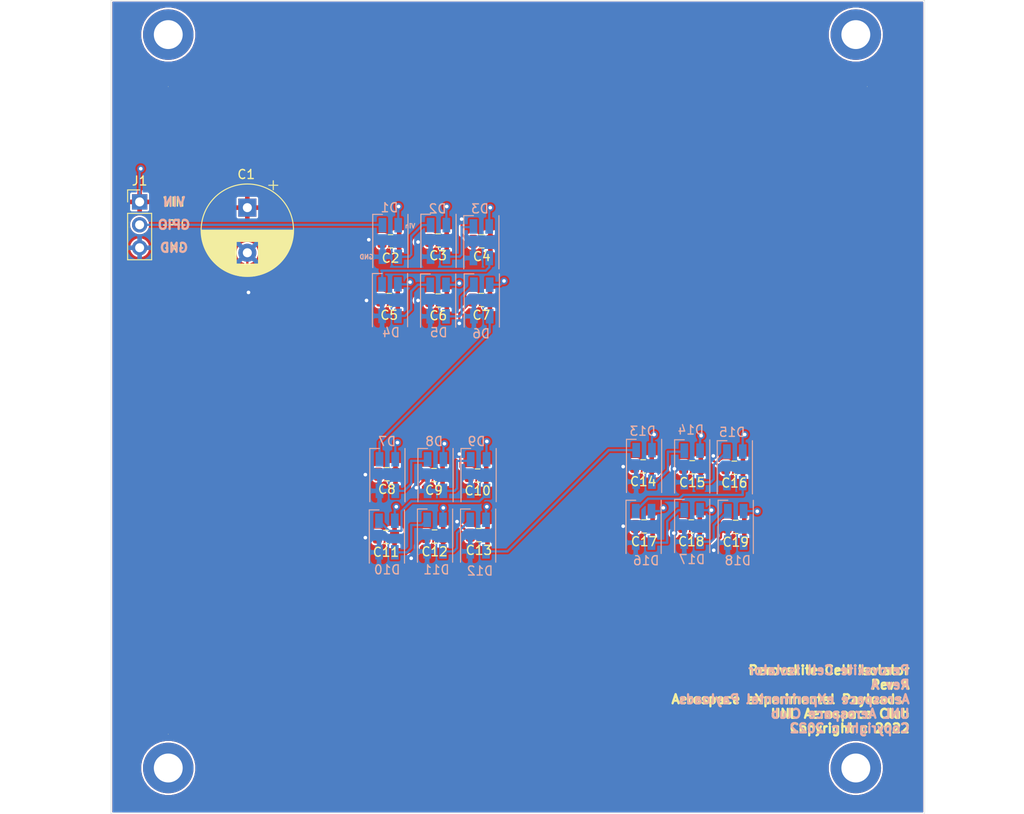
<source format=kicad_pcb>
(kicad_pcb (version 20211014) (generator pcbnew)
  (layers (0 "F.Cu" signal) (31 "B.Cu" signal) (34 "B.Paste" user) (35 "F.Paste" user) (36 "B.SilkS" user "B.Silkscreen") (37 "F.SilkS" user "F.Silkscreen") (38 "B.Mask" user) (39 "F.Mask" user) (44 "Edge.Cuts" user))
  (net 0 "")
  (net 1 "Net-(D1-Pad1)")
  (net 2 "GPIO")
  (net 3 "Net-(D2-Pad1)")
  (net 4 "Net-(D3-Pad1)")
  (net 5 "Net-(D4-Pad1)")
  (net 6 "Net-(D5-Pad1)")
  (net 7 "Net-(D7-Pad1)")
  (net 8 "Net-(D8-Pad1)")
  (net 9 "Net-(D10-Pad3)")
  (net 10 "Net-(D10-Pad1)")
  (net 11 "Net-(D11-Pad1)")
  (net 12 "Net-(D13-Pad1)")
  (net 13 "Net-(D14-Pad1)")
  (net 14 "Net-(D15-Pad1)")
  (net 15 "Net-(D16-Pad1)")
  (net 16 "Net-(D17-Pad1)")
  (net 17 "Net-(D18-Pad1)")
  (net 18 "GND")
  (net 19 "VCC")
  (net 20 "DOUT1")
  (net 21 "DOUT2")
  (footprint "Capacitor_THT:CP_Radial_D10.0mm_P5.00mm" (layer "F.Cu") (at 87.503 62.357 -90)
    (fp_text reference "C1" (at -3.683 0.127) (layer "F.SilkS"))
    (fp_text value "C")
    (pad "1" thru_hole rect locked (at 0 0 270) (size 2 2) (drill 1) (layers *.Cu *.Mask) (net 19 "VCC"))
    (pad "2" thru_hole circle locked (at 5 0 270) (size 2 2) (drill 1) (layers *.Cu *.Mask) (net 18 "GND"))
  )
  (footprint "Connector_PinHeader_2.54mm:PinHeader_1x03_P2.54mm_Vertical" (layer "F.Cu") (at 75.565 61.722)
    (fp_text reference "J1" (at 0 -2.33) (layer "F.SilkS"))
    (fp_text value "Conn_01x03_Female")
    (pad "1" thru_hole rect locked (at 0 0) (size 1.7 1.7) (drill 1) (layers *.Cu *.Mask) (net 19 "VCC"))
    (pad "2" thru_hole oval locked (at 0 2.54) (size 1.7 1.7) (drill 1) (layers *.Cu *.Mask) (net 2 "GPIO"))
    (pad "3" thru_hole oval locked (at 0 5.08) (size 1.7 1.7) (drill 1) (layers *.Cu *.Mask) (net 18 "GND"))
  )
  (footprint "Capacitor_SMD:C_0805_2012Metric" (layer "F.Cu") (at 103.378 66.0908 180)
    (fp_text reference "C2" (at 0 -1.8542) (layer "F.SilkS"))
    (fp_text value "C")
    (pad "1" smd roundrect locked (at -0.95 0 180) (size 1 1.45) (layers "F.Cu" "F.Paste" "F.Mask") (net 19 "VCC"))
    (pad "2" smd roundrect locked (at 0.95 0 180) (size 1 1.45) (layers "F.Cu" "F.Paste" "F.Mask") (net 18 "GND"))
  )
  (footprint "Capacitor_SMD:C_0805_2012Metric" (layer "F.Cu") (at 108.646 65.9892 180)
    (fp_text reference "C3" (at 0 -1.68) (layer "F.SilkS"))
    (fp_text value "C")
    (pad "1" smd roundrect locked (at -0.95 0 180) (size 1 1.45) (layers "F.Cu" "F.Paste" "F.Mask") (net 19 "VCC"))
    (pad "2" smd roundrect locked (at 0.95 0 180) (size 1 1.45) (layers "F.Cu" "F.Paste" "F.Mask") (net 18 "GND"))
  )
  (footprint "Capacitor_SMD:C_0805_2012Metric" (layer "F.Cu") (at 113.4872 66.0908 180)
    (fp_text reference "C4" (at 0 -1.68) (layer "F.SilkS"))
    (fp_text value "C")
    (pad "1" smd roundrect locked (at -0.95 0 180) (size 1 1.45) (layers "F.Cu" "F.Paste" "F.Mask") (net 19 "VCC"))
    (pad "2" smd roundrect locked (at 0.95 0 180) (size 1 1.45) (layers "F.Cu" "F.Paste" "F.Mask") (net 18 "GND"))
  )
  (footprint "Capacitor_SMD:C_0805_2012Metric" (layer "F.Cu") (at 103.2256 72.5932 180)
    (fp_text reference "C5" (at 0 -1.68) (layer "F.SilkS"))
    (fp_text value "C")
    (pad "1" smd roundrect locked (at -0.95 0 180) (size 1 1.45) (layers "F.Cu" "F.Paste" "F.Mask") (net 19 "VCC"))
    (pad "2" smd roundrect locked (at 0.95 0 180) (size 1 1.45) (layers "F.Cu" "F.Paste" "F.Mask") (net 18 "GND"))
  )
  (footprint "Capacitor_SMD:C_0805_2012Metric" (layer "F.Cu") (at 108.6612 72.644 180)
    (fp_text reference "C6" (at 0 -1.68) (layer "F.SilkS"))
    (fp_text value "C")
    (pad "1" smd roundrect locked (at -0.95 0 180) (size 1 1.45) (layers "F.Cu" "F.Paste" "F.Mask") (net 19 "VCC"))
    (pad "2" smd roundrect locked (at 0.95 0 180) (size 1 1.45) (layers "F.Cu" "F.Paste" "F.Mask") (net 18 "GND"))
  )
  (footprint "Capacitor_SMD:C_0805_2012Metric" (layer "F.Cu") (at 113.4364 72.5932 180)
    (fp_text reference "C7" (at 0 -1.68) (layer "F.SilkS"))
    (fp_text value "C")
    (pad "1" smd roundrect locked (at -0.95 0 180) (size 1 1.45) (layers "F.Cu" "F.Paste" "F.Mask") (net 19 "VCC"))
    (pad "2" smd roundrect locked (at 0.95 0 180) (size 1 1.45) (layers "F.Cu" "F.Paste" "F.Mask") (net 18 "GND"))
  )
  (footprint "Capacitor_SMD:C_0805_2012Metric" (layer "F.Cu") (at 102.9716 91.8972 180)
    (fp_text reference "C8" (at 0 -1.68) (layer "F.SilkS"))
    (fp_text value "C")
    (pad "1" smd roundrect locked (at -0.95 0 180) (size 1 1.45) (layers "F.Cu" "F.Paste" "F.Mask") (net 19 "VCC"))
    (pad "2" smd roundrect locked (at 0.95 0 180) (size 1 1.45) (layers "F.Cu" "F.Paste" "F.Mask") (net 18 "GND"))
  )
  (footprint "Capacitor_SMD:C_0805_2012Metric" (layer "F.Cu") (at 108.1888 91.9988 180)
    (fp_text reference "C9" (at 0 -1.68) (layer "F.SilkS"))
    (fp_text value "C")
    (pad "1" smd roundrect locked (at -0.95 0 180) (size 1 1.45) (layers "F.Cu" "F.Paste" "F.Mask") (net 19 "VCC"))
    (pad "2" smd roundrect locked (at 0.95 0 180) (size 1 1.45) (layers "F.Cu" "F.Paste" "F.Mask") (net 18 "GND"))
  )
  (footprint "Capacitor_SMD:C_0805_2012Metric" (layer "F.Cu") (at 113.03 92.0496 180)
    (fp_text reference "C10" (at 0 -1.68) (layer "F.SilkS"))
    (fp_text value "C")
    (pad "1" smd roundrect locked (at -0.95 0 180) (size 1 1.45) (layers "F.Cu" "F.Paste" "F.Mask") (net 19 "VCC"))
    (pad "2" smd roundrect locked (at 0.95 0 180) (size 1 1.45) (layers "F.Cu" "F.Paste" "F.Mask") (net 18 "GND"))
  )
  (footprint "Capacitor_SMD:C_0805_2012Metric" (layer "F.Cu") (at 102.87 98.8568 180)
    (fp_text reference "C11" (at 0 -1.68) (layer "F.SilkS"))
    (fp_text value "C")
    (pad "1" smd roundrect locked (at -0.95 0 180) (size 1 1.45) (layers "F.Cu" "F.Paste" "F.Mask") (net 19 "VCC"))
    (pad "2" smd roundrect locked (at 0.95 0 180) (size 1 1.45) (layers "F.Cu" "F.Paste" "F.Mask") (net 18 "GND"))
  )
  (footprint "Capacitor_SMD:C_0805_2012Metric" (layer "F.Cu") (at 108.2548 98.806 180)
    (fp_text reference "C12" (at 0 -1.68) (layer "F.SilkS"))
    (fp_text value "C")
    (pad "1" smd roundrect locked (at -0.95 0 180) (size 1 1.45) (layers "F.Cu" "F.Paste" "F.Mask") (net 19 "VCC"))
    (pad "2" smd roundrect locked (at 0.95 0 180) (size 1 1.45) (layers "F.Cu" "F.Paste" "F.Mask") (net 18 "GND"))
  )
  (footprint "Capacitor_SMD:C_0805_2012Metric" (layer "F.Cu") (at 113.1672 98.6536 180)
    (fp_text reference "C13" (at -0.0036 -1.68) (layer "F.SilkS"))
    (fp_text value "C")
    (pad "1" smd roundrect locked (at -0.95 0 180) (size 1 1.45) (layers "F.Cu" "F.Paste" "F.Mask") (net 19 "VCC"))
    (pad "2" smd roundrect locked (at 0.95 0 180) (size 1 1.45) (layers "F.Cu" "F.Paste" "F.Mask") (net 18 "GND"))
  )
  (footprint "Capacitor_SMD:C_0805_2012Metric" (layer "F.Cu") (at 131.3688 91.0336 180)
    (fp_text reference "C14" (at 0 -1.68) (layer "F.SilkS"))
    (fp_text value "C")
    (pad "1" smd roundrect locked (at -0.95 0 180) (size 1 1.45) (layers "F.Cu" "F.Paste" "F.Mask") (net 19 "VCC"))
    (pad "2" smd roundrect locked (at 0.95 0 180) (size 1 1.45) (layers "F.Cu" "F.Paste" "F.Mask") (net 18 "GND"))
  )
  (footprint "Capacitor_SMD:C_0805_2012Metric" (layer "F.Cu") (at 136.8044 91.1352 180)
    (fp_text reference "C15" (at 0 -1.68) (layer "F.SilkS"))
    (fp_text value "C")
    (pad "1" smd roundrect locked (at -0.95 0 180) (size 1 1.45) (layers "F.Cu" "F.Paste" "F.Mask") (net 19 "VCC"))
    (pad "2" smd roundrect locked (at 0.95 0 180) (size 1 1.45) (layers "F.Cu" "F.Paste" "F.Mask") (net 18 "GND"))
  )
  (footprint "Capacitor_SMD:C_0805_2012Metric" (layer "F.Cu") (at 141.478 91.186 180)
    (fp_text reference "C16" (at 0 -1.68) (layer "F.SilkS"))
    (fp_text value "C")
    (pad "1" smd roundrect locked (at -0.95 0 180) (size 1 1.45) (layers "F.Cu" "F.Paste" "F.Mask") (net 19 "VCC"))
    (pad "2" smd roundrect locked (at 0.95 0 180) (size 1 1.45) (layers "F.Cu" "F.Paste" "F.Mask") (net 18 "GND"))
  )
  (footprint "Capacitor_SMD:C_0805_2012Metric" (layer "F.Cu") (at 131.4704 97.6884 180)
    (fp_text reference "C17" (at 0 -1.68) (layer "F.SilkS"))
    (fp_text value "C")
    (pad "1" smd roundrect locked (at -0.95 0 180) (size 1 1.45) (layers "F.Cu" "F.Paste" "F.Mask") (net 19 "VCC"))
    (pad "2" smd roundrect locked (at 0.95 0 180) (size 1 1.45) (layers "F.Cu" "F.Paste" "F.Mask") (net 18 "GND"))
  )
  (footprint "Capacitor_SMD:C_0805_2012Metric" (layer "F.Cu") (at 136.7028 97.6884 180)
    (fp_text reference "C18" (at 0 -1.68) (layer "F.SilkS"))
    (fp_text value "C")
    (pad "1" smd roundrect locked (at -0.95 0 180) (size 1 1.45) (layers "F.Cu" "F.Paste" "F.Mask") (net 19 "VCC"))
    (pad "2" smd roundrect locked (at 0.95 0 180) (size 1 1.45) (layers "F.Cu" "F.Paste" "F.Mask") (net 18 "GND"))
  )
  (footprint "Capacitor_SMD:C_0805_2012Metric" (layer "F.Cu") (at 141.6304 97.7392 180)
    (fp_text reference "C19" (at 0 -1.68) (layer "F.SilkS"))
    (fp_text value "C")
    (pad "1" smd roundrect locked (at -0.95 0 180) (size 1 1.45) (layers "F.Cu" "F.Paste" "F.Mask") (net 19 "VCC"))
    (pad "2" smd roundrect locked (at 0.95 0 180) (size 1 1.45) (layers "F.Cu" "F.Paste" "F.Mask") (net 18 "GND"))
  )
  (footprint "MountingHole:MountingHole_3.2mm_M3_DIN965_Pad_TopBottom" (layer "F.Cu") (at 78.74 43.18)
    (fp_text reference "." (at 0 5.715) (layer "F.SilkS") (effects (font (size 0.1 0.1) (thickness 0.025))))
    (fp_text value "MountingHole_3.2mm_M3_DIN965_Pad_TopBottom")
    (pad "1" thru_hole circle locked (at 0 0) (size 3.6 3.6) (drill 3.2) (layers *.Cu *.Mask))
    (pad "1" connect circle locked (at 0 0) (size 5.6 5.6) (layers "F.Cu" "F.Mask"))
    (pad "1" connect circle locked (at 0 0) (size 5.6 5.6) (layers "B.Cu" "B.Mask"))
  )
  (footprint "MountingHole:MountingHole_3.2mm_M3_DIN965_Pad_TopBottom" (layer "F.Cu") (at 78.74 124.46)
    (fp_text reference "." (at 0 -3.8) (layer "F.SilkS") (effects (font (size 0.1 0.1) (thickness 0.025))))
    (fp_text value "MountingHole_3.2mm_M3_DIN965_Pad_TopBottom")
    (pad "1" thru_hole circle locked (at 0 0) (size 3.6 3.6) (drill 3.2) (layers *.Cu *.Mask))
    (pad "1" connect circle locked (at 0 0) (size 5.6 5.6) (layers "F.Cu" "F.Mask"))
    (pad "1" connect circle locked (at 0 0) (size 5.6 5.6) (layers "B.Cu" "B.Mask"))
  )
  (footprint "MountingHole:MountingHole_3.2mm_M3_DIN965_Pad_TopBottom" (layer "F.Cu") (at 154.94 43.18)
    (fp_text reference "." (at 1.27 5.715) (layer "F.SilkS") (effects (font (size 0.1 0.1) (thickness 0.025))))
    (fp_text value "MountingHole_3.2mm_M3_DIN965_Pad_TopBottom")
    (pad "1" connect circle locked (at 0 0) (size 5.6 5.6) (layers "F.Cu" "F.Mask"))
    (pad "1" thru_hole circle locked (at 0 0) (size 3.6 3.6) (drill 3.2) (layers *.Cu *.Mask))
    (pad "1" connect circle locked (at 0 0) (size 5.6 5.6) (layers "B.Cu" "B.Mask"))
  )
  (footprint "MountingHole:MountingHole_3.2mm_M3_DIN965_Pad_TopBottom" (layer "F.Cu") (at 154.94 124.46)
    (fp_text reference "." (at 0 -3.8) (layer "F.SilkS") (effects (font (size 0.1 0.1) (thickness 0.025))))
    (fp_text value "MountingHole_3.2mm_M3_DIN965_Pad_TopBottom")
    (pad "1" connect circle locked (at 0 0) (size 5.6 5.6) (layers "B.Cu" "B.Mask"))
    (pad "1" connect circle locked (at 0 0) (size 5.6 5.6) (layers "F.Cu" "F.Mask"))
    (pad "1" thru_hole circle locked (at 0 0) (size 3.6 3.6) (drill 3.2) (layers *.Cu *.Mask))
  )
  (footprint "LED_SMD:LED_SK6812MINI_PLCC4_3.5x3.5mm_P1.75mm" (layer "B.Cu") (at 103.3526 66.0527 90)
    (fp_text reference "D1" (at 3.6957 -0.1016 180) (layer "B.SilkS") (effects (justify mirror)))
    (fp_text value "SK6812MINI")
    (pad "1" smd rect locked (at -1.75 0.875 90) (size 1.6 0.85) (layers "B.Cu" "B.Paste" "B.Mask") (net 1 "Net-(D1-Pad1)"))
    (pad "2" smd rect locked (at -1.75 -0.875 90) (size 1.6 0.85) (layers "B.Cu" "B.Paste" "B.Mask") (net 18 "GND"))
    (pad "3" smd rect locked (at 1.75 -0.875 90) (size 1.6 0.85) (layers "B.Cu" "B.Paste" "B.Mask") (net 2 "GPIO"))
    (pad "4" smd rect locked (at 1.75 0.875 90) (size 1.6 0.85) (layers "B.Cu" "B.Paste" "B.Mask") (net 19 "VCC"))
  )
  (footprint "LED_SMD:LED_SK6812MINI_PLCC4_3.5x3.5mm_P1.75mm" (layer "B.Cu") (at 108.6866 66.04 90)
    (fp_text reference "D2" (at 3.556 -0.1016 180) (layer "B.SilkS") (effects (justify mirror)))
    (fp_text value "SK6812MINI")
    (pad "1" smd rect locked (at -1.75 0.875 90) (size 1.6 0.85) (layers "B.Cu" "B.Paste" "B.Mask") (net 3 "Net-(D2-Pad1)"))
    (pad "2" smd rect locked (at -1.75 -0.875 90) (size 1.6 0.85) (layers "B.Cu" "B.Paste" "B.Mask") (net 18 "GND"))
    (pad "3" smd rect locked (at 1.75 -0.875 90) (size 1.6 0.85) (layers "B.Cu" "B.Paste" "B.Mask") (net 1 "Net-(D1-Pad1)"))
    (pad "4" smd rect locked (at 1.75 0.875 90) (size 1.6 0.85) (layers "B.Cu" "B.Paste" "B.Mask") (net 19 "VCC"))
  )
  (footprint "LED_SMD:LED_SK6812MINI_PLCC4_3.5x3.5mm_P1.75mm" (layer "B.Cu") (at 113.4364 66.1924 90)
    (fp_text reference "D3" (at 3.7084 -0.1524 180) (layer "B.SilkS") (effects (justify mirror)))
    (fp_text value "SK6812MINI")
    (pad "1" smd rect locked (at -1.75 0.875 90) (size 1.6 0.85) (layers "B.Cu" "B.Paste" "B.Mask") (net 4 "Net-(D3-Pad1)"))
    (pad "2" smd rect locked (at -1.75 -0.875 90) (size 1.6 0.85) (layers "B.Cu" "B.Paste" "B.Mask") (net 18 "GND"))
    (pad "3" smd rect locked (at 1.75 -0.875 90) (size 1.6 0.85) (layers "B.Cu" "B.Paste" "B.Mask") (net 3 "Net-(D2-Pad1)"))
    (pad "4" smd rect locked (at 1.75 0.875 90) (size 1.6 0.85) (layers "B.Cu" "B.Paste" "B.Mask") (net 19 "VCC"))
  )
  (footprint "LED_SMD:LED_SK6812MINI_PLCC4_3.5x3.5mm_P1.75mm" (layer "B.Cu") (at 103.3145 72.6059 90)
    (fp_text reference "D4" (at -3.5941 0.1143 180) (layer "B.SilkS") (effects (justify mirror)))
    (fp_text value "SK6812MINI")
    (pad "1" smd rect locked (at -1.75 0.875 90) (size 1.6 0.85) (layers "B.Cu" "B.Paste" "B.Mask") (net 5 "Net-(D4-Pad1)"))
    (pad "2" smd rect locked (at -1.75 -0.875 90) (size 1.6 0.85) (layers "B.Cu" "B.Paste" "B.Mask") (net 18 "GND"))
    (pad "3" smd rect locked (at 1.75 -0.875 90) (size 1.6 0.85) (layers "B.Cu" "B.Paste" "B.Mask") (net 4 "Net-(D3-Pad1)"))
    (pad "4" smd rect locked (at 1.75 0.875 90) (size 1.6 0.85) (layers "B.Cu" "B.Paste" "B.Mask") (net 19 "VCC"))
  )
  (footprint "LED_SMD:LED_SK6812MINI_PLCC4_3.5x3.5mm_P1.75mm" (layer "B.Cu") (at 108.6485 72.6567 90)
    (fp_text reference "D5" (at -3.5433 0.0635 180) (layer "B.SilkS") (effects (justify mirror)))
    (fp_text value "SK6812MINI")
    (pad "1" smd rect locked (at -1.75 0.875 90) (size 1.6 0.85) (layers "B.Cu" "B.Paste" "B.Mask") (net 6 "Net-(D5-Pad1)"))
    (pad "2" smd rect locked (at -1.75 -0.875 90) (size 1.6 0.85) (layers "B.Cu" "B.Paste" "B.Mask") (net 18 "GND"))
    (pad "3" smd rect locked (at 1.75 -0.875 90) (size 1.6 0.85) (layers "B.Cu" "B.Paste" "B.Mask") (net 5 "Net-(D4-Pad1)"))
    (pad "4" smd rect locked (at 1.75 0.875 90) (size 1.6 0.85) (layers "B.Cu" "B.Paste" "B.Mask") (net 19 "VCC"))
  )
  (footprint "LED_SMD:LED_SK6812MINI_PLCC4_3.5x3.5mm_P1.75mm" (layer "B.Cu") (at 113.4872 72.644 90)
    (fp_text reference "D6" (at -3.683 -0.0762 180) (layer "B.SilkS") (effects (justify mirror)))
    (fp_text value "SK6812MINI")
    (pad "1" smd rect locked (at -1.75 0.875 90) (size 1.6 0.85) (layers "B.Cu" "B.Paste" "B.Mask") (net 20 "DOUT1"))
    (pad "2" smd rect locked (at -1.75 -0.875 90) (size 1.6 0.85) (layers "B.Cu" "B.Paste" "B.Mask") (net 18 "GND"))
    (pad "3" smd rect locked (at 1.75 -0.875 90) (size 1.6 0.85) (layers "B.Cu" "B.Paste" "B.Mask") (net 6 "Net-(D5-Pad1)"))
    (pad "4" smd rect locked (at 1.75 0.875 90) (size 1.6 0.85) (layers "B.Cu" "B.Paste" "B.Mask") (net 19 "VCC"))
  )
  (footprint "LED_SMD:LED_SK6812MINI_PLCC4_3.5x3.5mm_P1.75mm" (layer "B.Cu") (at 103.0224 91.9988 90)
    (fp_text reference "D7" (at 3.7338 -0.0254 180) (layer "B.SilkS") (effects (justify mirror)))
    (fp_text value "SK6812MINI")
    (pad "1" smd rect locked (at -1.75 0.875 90) (size 1.6 0.85) (layers "B.Cu" "B.Paste" "B.Mask") (net 7 "Net-(D7-Pad1)"))
    (pad "2" smd rect locked (at -1.75 -0.875 90) (size 1.6 0.85) (layers "B.Cu" "B.Paste" "B.Mask") (net 18 "GND"))
    (pad "3" smd rect locked (at 1.75 -0.875 90) (size 1.6 0.85) (layers "B.Cu" "B.Paste" "B.Mask") (net 20 "DOUT1"))
    (pad "4" smd rect locked (at 1.75 0.875 90) (size 1.6 0.85) (layers "B.Cu" "B.Paste" "B.Mask") (net 19 "VCC"))
  )
  (footprint "LED_SMD:LED_SK6812MINI_PLCC4_3.5x3.5mm_P1.75mm" (layer "B.Cu") (at 131.4704 90.9828 90)
    (fp_text reference "D13" (at 3.8608 -0.1524 180) (layer "B.SilkS") (effects (justify mirror)))
    (fp_text value "SK6812MINI")
    (pad "1" smd rect locked (at -1.75 0.875 90) (size 1.6 0.85) (layers "B.Cu" "B.Paste" "B.Mask") (net 12 "Net-(D13-Pad1)"))
    (pad "2" smd rect locked (at -1.75 -0.875 90) (size 1.6 0.85) (layers "B.Cu" "B.Paste" "B.Mask") (net 18 "GND"))
    (pad "3" smd rect locked (at 1.75 -0.875 90) (size 1.6 0.85) (layers "B.Cu" "B.Paste" "B.Mask") (net 21 "DOUT2"))
    (pad "4" smd rect locked (at 1.75 0.875 90) (size 1.6 0.85) (layers "B.Cu" "B.Paste" "B.Mask") (net 19 "VCC"))
  )
  (footprint "LED_SMD:LED_SK6812MINI_PLCC4_3.5x3.5mm_P1.75mm" (layer "B.Cu") (at 108.3564 91.9988 90)
    (fp_text reference "D8" (at 3.7338 -0.1524 180) (layer "B.SilkS") (effects (justify mirror)))
    (fp_text value "SK6812MINI")
    (pad "1" smd rect locked (at -1.75 0.875 90) (size 1.6 0.85) (layers "B.Cu" "B.Paste" "B.Mask") (net 8 "Net-(D8-Pad1)"))
    (pad "2" smd rect locked (at -1.75 -0.875 90) (size 1.6 0.85) (layers "B.Cu" "B.Paste" "B.Mask") (net 18 "GND"))
    (pad "3" smd rect locked (at 1.75 -0.875 90) (size 1.6 0.85) (layers "B.Cu" "B.Paste" "B.Mask") (net 7 "Net-(D7-Pad1)"))
    (pad "4" smd rect locked (at 1.75 0.875 90) (size 1.6 0.85) (layers "B.Cu" "B.Paste" "B.Mask") (net 19 "VCC"))
  )
  (footprint "LED_SMD:LED_SK6812MINI_PLCC4_3.5x3.5mm_P1.75mm" (layer "B.Cu") (at 136.8044 91.0336 90)
    (fp_text reference "D14" (at 4.0386 -0.1524 180) (layer "B.SilkS") (effects (justify mirror)))
    (fp_text value "SK6812MINI")
    (pad "1" smd rect locked (at -1.75 0.875 90) (size 1.6 0.85) (layers "B.Cu" "B.Paste" "B.Mask") (net 13 "Net-(D14-Pad1)"))
    (pad "2" smd rect locked (at -1.75 -0.875 90) (size 1.6 0.85) (layers "B.Cu" "B.Paste" "B.Mask") (net 18 "GND"))
    (pad "3" smd rect locked (at 1.75 -0.875 90) (size 1.6 0.85) (layers "B.Cu" "B.Paste" "B.Mask") (net 12 "Net-(D13-Pad1)"))
    (pad "4" smd rect locked (at 1.75 0.875 90) (size 1.6 0.85) (layers "B.Cu" "B.Paste" "B.Mask") (net 19 "VCC"))
  )
  (footprint "LED_SMD:LED_SK6812MINI_PLCC4_3.5x3.5mm_P1.75mm" (layer "B.Cu") (at 113.1316 91.9988 90)
    (fp_text reference "D9" (at 3.7338 -0.2286 180) (layer "B.SilkS") (effects (justify mirror)))
    (fp_text value "SK6812MINI")
    (pad "1" smd rect locked (at -1.75 0.875 90) (size 1.6 0.85) (layers "B.Cu" "B.Paste" "B.Mask") (net 9 "Net-(D10-Pad3)"))
    (pad "2" smd rect locked (at -1.75 -0.875 90) (size 1.6 0.85) (layers "B.Cu" "B.Paste" "B.Mask") (net 18 "GND"))
    (pad "3" smd rect locked (at 1.75 -0.875 90) (size 1.6 0.85) (layers "B.Cu" "B.Paste" "B.Mask") (net 8 "Net-(D8-Pad1)"))
    (pad "4" smd rect locked (at 1.75 0.875 90) (size 1.6 0.85) (layers "B.Cu" "B.Paste" "B.Mask") (net 19 "VCC"))
  )
  (footprint "LED_SMD:LED_SK6812MINI_PLCC4_3.5x3.5mm_P1.75mm" (layer "B.Cu") (at 141.5288 91.1352 90)
    (fp_text reference "D15" (at 3.8862 -0.3048 -180) (layer "B.SilkS") (effects (justify mirror)))
    (fp_text value "SK6812MINI")
    (pad "1" smd rect locked (at -1.75 0.875 90) (size 1.6 0.85) (layers "B.Cu" "B.Paste" "B.Mask") (net 14 "Net-(D15-Pad1)"))
    (pad "2" smd rect locked (at -1.75 -0.875 90) (size 1.6 0.85) (layers "B.Cu" "B.Paste" "B.Mask") (net 18 "GND"))
    (pad "3" smd rect locked (at 1.75 -0.875 90) (size 1.6 0.85) (layers "B.Cu" "B.Paste" "B.Mask") (net 13 "Net-(D14-Pad1)"))
    (pad "4" smd rect locked (at 1.75 0.875 90) (size 1.6 0.85) (layers "B.Cu" "B.Paste" "B.Mask") (net 19 "VCC"))
  )
  (footprint "LED_SMD:LED_SK6812MINI_PLCC4_3.5x3.5mm_P1.75mm" (layer "B.Cu") (at 102.9716 98.806 90)
    (fp_text reference "D10" (at -3.683 0.0254 180) (layer "B.SilkS") (effects (justify mirror)))
    (fp_text value "SK6812MINI")
    (pad "1" smd rect locked (at -1.75 0.875 90) (size 1.6 0.85) (layers "B.Cu" "B.Paste" "B.Mask") (net 10 "Net-(D10-Pad1)"))
    (pad "2" smd rect locked (at -1.75 -0.875 90) (size 1.6 0.85) (layers "B.Cu" "B.Paste" "B.Mask") (net 18 "GND"))
    (pad "3" smd rect locked (at 1.75 -0.875 90) (size 1.6 0.85) (layers "B.Cu" "B.Paste" "B.Mask") (net 9 "Net-(D10-Pad3)"))
    (pad "4" smd rect locked (at 1.75 0.875 90) (size 1.6 0.85) (layers "B.Cu" "B.Paste" "B.Mask") (net 19 "VCC"))
  )
  (footprint "LED_SMD:LED_SK6812MINI_PLCC4_3.5x3.5mm_P1.75mm" (layer "B.Cu") (at 131.4196 97.7392 90)
    (fp_text reference "D16" (at -3.7338 0.2794 180) (layer "B.SilkS") (effects (justify mirror)))
    (fp_text value "SK6812MINI")
    (pad "1" smd rect locked (at -1.75 0.875 90) (size 1.6 0.85) (layers "B.Cu" "B.Paste" "B.Mask") (net 15 "Net-(D16-Pad1)"))
    (pad "2" smd rect locked (at -1.75 -0.875 90) (size 1.6 0.85) (layers "B.Cu" "B.Paste" "B.Mask") (net 18 "GND"))
    (pad "3" smd rect locked (at 1.75 -0.875 90) (size 1.6 0.85) (layers "B.Cu" "B.Paste" "B.Mask") (net 14 "Net-(D15-Pad1)"))
    (pad "4" smd rect locked (at 1.75 0.875 90) (size 1.6 0.85) (layers "B.Cu" "B.Paste" "B.Mask") (net 19 "VCC"))
  )
  (footprint "LED_SMD:LED_SK6812MINI_PLCC4_3.5x3.5mm_P1.75mm" (layer "B.Cu") (at 108.3056 98.7044 90)
    (fp_text reference "D11" (at -3.7846 0.1524 180) (layer "B.SilkS") (effects (justify mirror)))
    (fp_text value "SK6812MINI")
    (pad "1" smd rect locked (at -1.75 0.875 90) (size 1.6 0.85) (layers "B.Cu" "B.Paste" "B.Mask") (net 11 "Net-(D11-Pad1)"))
    (pad "2" smd rect locked (at -1.75 -0.875 90) (size 1.6 0.85) (layers "B.Cu" "B.Paste" "B.Mask") (net 18 "GND"))
    (pad "3" smd rect locked (at 1.75 -0.875 90) (size 1.6 0.85) (layers "B.Cu" "B.Paste" "B.Mask") (net 10 "Net-(D10-Pad1)"))
    (pad "4" smd rect locked (at 1.75 0.875 90) (size 1.6 0.85) (layers "B.Cu" "B.Paste" "B.Mask") (net 19 "VCC"))
  )
  (footprint "LED_SMD:LED_SK6812MINI_PLCC4_3.5x3.5mm_P1.75mm" (layer "B.Cu") (at 136.8044 97.6376 90)
    (fp_text reference "D17" (at -3.7084 -0.0254 180) (layer "B.SilkS") (effects (justify mirror)))
    (fp_text value "SK6812MINI")
    (pad "1" smd rect locked (at -1.75 0.875 90) (size 1.6 0.85) (layers "B.Cu" "B.Paste" "B.Mask") (net 16 "Net-(D17-Pad1)"))
    (pad "2" smd rect locked (at -1.75 -0.875 90) (size 1.6 0.85) (layers "B.Cu" "B.Paste" "B.Mask") (net 18 "GND"))
    (pad "3" smd rect locked (at 1.75 -0.875 90) (size 1.6 0.85) (layers "B.Cu" "B.Paste" "B.Mask") (net 15 "Net-(D16-Pad1)"))
    (pad "4" smd rect locked (at 1.75 0.875 90) (size 1.6 0.85) (layers "B.Cu" "B.Paste" "B.Mask") (net 19 "VCC"))
  )
  (footprint "LED_SMD:LED_SK6812MINI_PLCC4_3.5x3.5mm_P1.75mm" (layer "B.Cu") (at 113.0808 98.7044 90)
    (fp_text reference "D12" (at -3.9116 0.2032 180) (layer "B.SilkS") (effects (justify mirror)))
    (fp_text value "SK6812MINI")
    (pad "1" smd rect locked (at -1.75 0.875 90) (size 1.6 0.85) (layers "B.Cu" "B.Paste" "B.Mask") (net 21 "DOUT2"))
    (pad "2" smd rect locked (at -1.75 -0.875 90) (size 1.6 0.85) (layers "B.Cu" "B.Paste" "B.Mask") (net 18 "GND"))
    (pad "3" smd rect locked (at 1.75 -0.875 90) (size 1.6 0.85) (layers "B.Cu" "B.Paste" "B.Mask") (net 11 "Net-(D11-Pad1)"))
    (pad "4" smd rect locked (at 1.75 0.875 90) (size 1.6 0.85) (layers "B.Cu" "B.Paste" "B.Mask") (net 19 "VCC"))
  )
  (footprint "LED_SMD:LED_SK6812MINI_PLCC4_3.5x3.5mm_P1.75mm" (layer "B.Cu") (at 141.6304 97.7392 90)
    (fp_text reference "D18" (at -3.7338 0.2286 180) (layer "B.SilkS") (effects (justify mirror)))
    (fp_text value "SK6812MINI")
    (pad "1" smd rect locked (at -1.75 0.875 90) (size 1.6 0.85) (layers "B.Cu" "B.Paste" "B.Mask") (net 17 "Net-(D18-Pad1)"))
    (pad "2" smd rect locked (at -1.75 -0.875 90) (size 1.6 0.85) (layers "B.Cu" "B.Paste" "B.Mask") (net 18 "GND"))
    (pad "3" smd rect locked (at 1.75 -0.875 90) (size 1.6 0.85) (layers "B.Cu" "B.Paste" "B.Mask") (net 16 "Net-(D17-Pad1)"))
    (pad "4" smd rect locked (at 1.75 0.875 90) (size 1.6 0.85) (layers "B.Cu" "B.Paste" "B.Mask") (net 19 "VCC"))
  )
  (gr_line (start 162.56 129.54) (end 72.39 129.54) (layer "Edge.Cuts") (width 0.05))
  (gr_line (start 162.56 129.54) (end 162.56 39.37) (layer "Edge.Cuts") (width 0.05))
  (gr_line (start 72.39 39.37) (end 162.56 39.37) (layer "Edge.Cuts") (width 0.05))
  (gr_line (start 72.39 129.54) (end 72.39 39.37) (layer "Edge.Cuts") (width 0.05))
  (gr_text "GND" (at 79.375 66.802) (layer "B.SilkS") (effects (font (size 1 1) (thickness 0.25)) (justify mirror)))
  (gr_text "Vin\n" (at 105.537 64.389) (layer "B.SilkS") (effects (font (size 0.5 0.5) (thickness 0.125)) (justify mirror)))
  (gr_text "Perovskite Cell Isolator\nRev A\nAerospace eXperimental Payloads \nUNL Aerospace Club\nCopyright c 2022" (at 161.036 116.84) (layer "B.SilkS") (effects (font (size 1 1) (thickness 0.25)) (justify left mirror)))
  (gr_text "VIN" (at 79.375 61.722) (layer "B.SilkS") (effects (font (size 1 1) (thickness 0.25)) (justify mirror)))
  (gr_text "GPIO" (at 79.375 64.262) (layer "B.SilkS") (effects (font (size 1 1) (thickness 0.25)) (justify mirror)))
  (gr_text "GND" (at 100.711 67.818) (layer "B.SilkS") (effects (font (size 0.5 0.5) (thickness 0.125)) (justify mirror)))
  (gr_text "Perovskite Cell Isolator\nRev A\nAerospace eXperimental Payloads \nUNL Aerospace Club\nCopyright c 2022" (at 161.036 116.84) (layer "F.SilkS") (effects (font (size 1 1) (thickness 0.25)) (justify right)))
  (gr_text "GPIO" (at 79.375 64.262) (layer "F.SilkS") (effects (font (size 1 1))))
  (gr_text "VIN" (at 79.375 61.722) (layer "F.SilkS") (effects (font (size 1 1))))
  (gr_text "GND" (at 79.375 66.802) (layer "F.SilkS") (effects (font (size 1 1))))
  (segment (start 106.906 64.29) (end 107.8116 64.29) (width 0.25) (layer "B.Cu") (net 1))
  (segment (start 105.664 65.532) (end 106.906 64.29) (width 0.25) (layer "B.Cu") (net 1))
  (segment (start 105.4253 67.8027) (end 105.664 67.564) (width 0.25) (layer "B.Cu") (net 1))
  (segment (start 104.2276 67.8027) (end 105.4253 67.8027) (width 0.25) (layer "B.Cu") (net 1))
  (segment (start 105.664 67.564) (end 105.664 65.532) (width 0.25) (layer "B.Cu") (net 1))
  (segment (start 102.4369 64.262) (end 102.4776 64.3027) (width 0.25) (layer "B.Cu") (net 2))
  (segment (start 75.565 64.262) (end 102.4369 64.262) (width 0.25) (layer "B.Cu") (net 2))
  (segment (start 112.4878 64.516) (end 112.5614 64.4424) (width 0.25) (layer "B.Cu") (net 3))
  (segment (start 109.5616 67.79) (end 111.026 67.79) (width 0.25) (layer "B.Cu") (net 3))
  (segment (start 111.252 64.516) (end 112.4878 64.516) (width 0.25) (layer "B.Cu") (net 3))
  (segment (start 111.252 67.564) (end 111.252 64.516) (width 0.25) (layer "B.Cu") (net 3))
  (segment (start 111.026 67.79) (end 111.252 67.564) (width 0.25) (layer "B.Cu") (net 3))
  (segment (start 113.919 69.342) (end 102.362 69.342) (width 0.25) (layer "B.Cu") (net 4))
  (segment (start 114.3114 67.9424) (end 114.3114 68.9496) (width 0.25) (layer "B.Cu") (net 4))
  (segment (start 102.4395 69.4195) (end 102.4395 70.8559) (width 0.25) (layer "B.Cu") (net 4))
  (segment (start 114.3114 68.9496) (end 113.919 69.342) (width 0.25) (layer "B.Cu") (net 4))
  (segment (start 102.362 69.342) (end 102.4395 69.4195) (width 0.25) (layer "B.Cu") (net 4))
  (segment (start 105.664 71.628) (end 106.3853 70.9067) (width 0.25) (layer "B.Cu") (net 5))
  (segment (start 104.9681 74.3559) (end 105.664 73.66) (width 0.25) (layer "B.Cu") (net 5))
  (segment (start 104.1895 74.3559) (end 104.9681 74.3559) (width 0.25) (layer "B.Cu") (net 5))
  (segment (start 106.3853 70.9067) (end 107.7735 70.9067) (width 0.25) (layer "B.Cu") (net 5))
  (segment (start 105.664 73.66) (end 105.664 71.628) (width 0.25) (layer "B.Cu") (net 5))
  (segment (start 109.5235 74.4067) (end 111.0133 74.4067) (width 0.25) (layer "B.Cu") (net 6))
  (segment (start 111.252 74.168) (end 111.252 72.2542) (width 0.25) (layer "B.Cu") (net 6))
  (segment (start 111.252 72.2542) (end 112.6122 70.894) (width 0.25) (layer "B.Cu") (net 6))
  (segment (start 111.0133 74.4067) (end 111.252 74.168) (width 0.25) (layer "B.Cu") (net 6))
  (segment (start 105.664 92.964) (end 105.664 90.424) (width 0.25) (layer "B.Cu") (net 7))
  (segment (start 105.664 90.424) (end 107.3062 90.424) (width 0.25) (layer "B.Cu") (net 7))
  (segment (start 104.8792 93.7488) (end 105.664 92.964) (width 0.25) (layer "B.Cu") (net 7))
  (segment (start 103.8974 93.7488) (end 104.8792 93.7488) (width 0.25) (layer "B.Cu") (net 7))
  (segment (start 107.3062 90.424) (end 107.4814 90.2488) (width 0.25) (layer "B.Cu") (net 7))
  (segment (start 110.744 90.424) (end 112.0814 90.424) (width 0.25) (layer "B.Cu") (net 8))
  (segment (start 112.0814 90.424) (end 112.2566 90.2488) (width 0.25) (layer "B.Cu") (net 8))
  (segment (start 110.4672 93.7488) (end 110.744 93.472) (width 0.25) (layer "B.Cu") (net 8))
  (segment (start 109.2314 93.7488) (end 110.4672 93.7488) (width 0.25) (layer "B.Cu") (net 8))
  (segment (start 110.744 93.472) (end 110.744 90.424) (width 0.25) (layer "B.Cu") (net 8))
  (segment (start 114.0066 94.1238) (end 113.224401 94.905999) (width 0.25) (layer "B.Cu") (net 9))
  (segment (start 104.596601 95.995999) (end 104.596601 98.116001) (width 0.25) (layer "B.Cu") (net 9))
  (segment (start 114.0066 93.7488) (end 114.0066 94.1238) (width 0.25) (layer "B.Cu") (net 9))
  (segment (start 104.596601 98.116001) (end 104.531601 98.181001) (width 0.25) (layer "B.Cu") (net 9))
  (segment (start 113.224401 94.905999) (end 105.686601 94.905999) (width 0.25) (layer "B.Cu") (net 9))
  (segment (start 105.686601 94.905999) (end 104.596601 95.995999) (width 0.25) (layer "B.Cu") (net 9))
  (segment (start 103.221601 98.181001) (end 102.0966 97.056) (width 0.25) (layer "B.Cu") (net 9))
  (segment (start 104.531601 98.181001) (end 103.221601 98.181001) (width 0.25) (layer "B.Cu") (net 9))
  (segment (start 105.664 97.536) (end 106.849 97.536) (width 0.25) (layer "B.Cu") (net 10))
  (segment (start 106.849 97.536) (end 107.4306 96.9544) (width 0.25) (layer "B.Cu") (net 10))
  (segment (start 105.184 100.556) (end 105.664 100.076) (width 0.25) (layer "B.Cu") (net 10))
  (segment (start 103.8466 100.556) (end 105.184 100.556) (width 0.25) (layer "B.Cu") (net 10))
  (segment (start 105.664 100.076) (end 105.664 97.536) (width 0.25) (layer "B.Cu") (net 10))
  (segment (start 109.1806 100.4544) (end 110.3656 100.4544) (width 0.25) (layer "B.Cu") (net 11))
  (segment (start 110.744 98.4162) (end 112.2058 96.9544) (width 0.25) (layer "B.Cu") (net 11))
  (segment (start 110.3656 100.4544) (end 110.744 100.076) (width 0.25) (layer "B.Cu") (net 11))
  (segment (start 110.744 100.076) (end 110.744 98.4162) (width 0.25) (layer "B.Cu") (net 11))
  (segment (start 134.112 89.408) (end 135.805 89.408) (width 0.25) (layer "B.Cu") (net 12))
  (segment (start 132.3454 92.7328) (end 132.8192 92.7328) (width 0.25) (layer "B.Cu") (net 12))
  (segment (start 135.805 89.408) (end 135.9294 89.2836) (width 0.25) (layer "B.Cu") (net 12))
  (segment (start 132.8192 92.7328) (end 134.112 91.44) (width 0.25) (layer "B.Cu") (net 12))
  (segment (start 134.112 91.44) (end 134.112 89.408) (width 0.25) (layer "B.Cu") (net 12))
  (segment (start 137.6794 92.7836) (end 138.8644 92.7836) (width 0.25) (layer "B.Cu") (net 13))
  (segment (start 138.8644 92.7836) (end 139.192 92.456) (width 0.25) (layer "B.Cu") (net 13))
  (segment (start 139.192 92.456) (end 139.192 90.847) (width 0.25) (layer "B.Cu") (net 13))
  (segment (start 139.192 90.847) (end 140.6538 89.3852) (width 0.25) (layer "B.Cu") (net 13))
  (segment (start 135.809798 94.1972) (end 135.391998 94.615) (width 0.25) (layer "B.Cu") (net 14))
  (segment (start 142.4038 92.8852) (end 142.4038 94.1972) (width 0.25) (layer "B.Cu") (net 14))
  (segment (start 131.9188 94.615) (end 130.5446 95.9892) (width 0.25) (layer "B.Cu") (net 14))
  (segment (start 142.4038 94.1972) (end 135.809798 94.1972) (width 0.25) (layer "B.Cu") (net 14))
  (segment (start 135.391998 94.615) (end 131.9188 94.615) (width 0.25) (layer "B.Cu") (net 14))
  (segment (start 132.2946 99.4892) (end 134.0332 99.4892) (width 0.25) (layer "B.Cu") (net 15))
  (segment (start 134.0332 97.1068) (end 135.2524 95.8876) (width 0.25) (layer "B.Cu") (net 15))
  (segment (start 134.0332 99.4892) (end 134.0332 97.1068) (width 0.25) (layer "B.Cu") (net 15))
  (segment (start 135.2524 95.8876) (end 135.9294 95.8876) (width 0.25) (layer "B.Cu") (net 15))
  (segment (start 138.8644 99.3876) (end 139.192 99.06) (width 0.25) (layer "B.Cu") (net 16))
  (segment (start 139.192 97.5526) (end 140.7554 95.9892) (width 0.25) (layer "B.Cu") (net 16))
  (segment (start 137.6794 99.3876) (end 138.8644 99.3876) (width 0.25) (layer "B.Cu") (net 16))
  (segment (start 139.192 99.06) (end 139.192 97.5526) (width 0.25) (layer "B.Cu") (net 16))
  (segment (start 102.2756 72.5932) (end 100.7618 72.5932) (width 0.25) (layer "F.Cu") (net 18))
  (segment (start 101.92 98.8568) (end 100.6602 98.8568) (width 0.25) (layer "F.Cu") (net 18))
  (segment (start 106.2888 99.822) (end 106.2888 100.5942) (width 0.25) (layer "F.Cu") (net 18))
  (segment (start 140.528 91.186) (end 139.954 91.186) (width 0.25) (layer "F.Cu") (net 18))
  (segment (start 130.5204 97.6884) (end 129.1844 97.6884) (width 0.25) (layer "F.Cu") (net 18))
  (segment (start 100.6602 98.8568) (end 100.584 98.933) (width 0.25) (layer "F.Cu") (net 18))
  (segment (start 139.954 91.186) (end 139.144847 90.376847) (width 0.25) (layer "F.Cu") (net 18))
  (segment (start 111.252 65.278) (end 111.252 63.627) (width 0.25) (layer "F.Cu") (net 18))
  (segment (start 107.3048 98.806) (end 106.2888 99.822) (width 0.25) (layer "F.Cu") (net 18))
  (segment (start 101.1428 66.0908) (end 100.965 65.913) (width 0.25) (layer "F.Cu") (net 18))
  (segment (start 87.503 71.628) (end 87.63 71.755) (width 0.25) (layer "F.Cu") (net 18))
  (segment (start 135.4948 97.6884) (end 134.7582 98.425) (width 0.25) (layer "F.Cu") (net 18))
  (segment (start 107.696 65.9892) (end 106.6038 65.9892) (width 0.25) (layer "F.Cu") (net 18))
  (segment (start 112.2172 98.6536) (end 112.2172 98.6282) (width 0.25) (layer "F.Cu") (net 18))
  (segment (start 112.0648 66.0908) (end 111.252 65.278) (width 0.25) (layer "F.Cu") (net 18))
  (segment (start 139.9946 98.8924) (end 139.192 99.695) (width 0.25) (layer "F.Cu") (net 18))
  (segment (start 112.08 92.0496) (end 111.125 91.0946) (width 0.25) (layer "F.Cu") (net 18))
  (segment (start 100.7618 72.5932) (end 100.711 72.644) (width 0.25) (layer "F.Cu") (net 18))
  (segment (start 129.1844 97.6884) (end 129.159 97.663) (width 0.25) (layer "F.Cu") (net 18))
  (segment (start 100.6348 91.8972) (end 100.584 91.948) (width 0.25) (layer "F.Cu") (net 18))
  (segment (start 112.2172 98.6282) (end 110.744 97.155) (width 0.25) (layer "F.Cu") (net 18))
  (segment (start 106.6038 65.9892) (end 106.426 66.167) (width 0.25) (layer "F.Cu") (net 18))
  (segment (start 140.6804 97.7392) (end 139.9946 98.425) (width 0.25) (layer "F.Cu") (net 18))
  (segment (start 134.999616 91.1352) (end 134.837 91.297816) (width 0.25) (layer "F.Cu") (net 18))
  (segment (start 107.7112 72.644) (end 106.426 72.644) (width 0.25) (layer "F.Cu") (net 18))
  (segment (start 102.428 66.0908) (end 101.1428 66.0908) (width 0.25) (layer "F.Cu") (net 18))
  (segment (start 111.125 89.789) (end 110.998 89.662) (width 0.25) (layer "F.Cu") (net 18))
  (segment (start 107.2388 92.4042) (end 106.244 93.399) (width 0.25) (layer "F.Cu") (net 18))
  (segment (start 139.192 99.695) (end 139.192 100.33) (width 0.25) (layer "F.Cu") (net 18))
  (segment (start 129.1844 91.0336) (end 129.159 91.059) (width 0.25) (layer "F.Cu") (net 18))
  (segment (start 139.9946 98.425) (end 139.9946 98.8924) (width 0.25) (layer "F.Cu") (net 18))
  (segment (start 112.4864 72.5932) (end 110.998 74.0816) (width 0.25) (layer "F.Cu") (net 18))
  (segment (start 107.2388 91.9988) (end 107.2388 92.4042) (width 0.25) (layer "F.Cu") (net 18))
  (segment (start 130.4188 91.0336) (end 129.1844 91.0336) (width 0.25) (layer "F.Cu") (net 18))
  (segment (start 112.5372 66.0908) (end 112.0648 66.0908) (width 0.25) (layer "F.Cu") (net 18))
  (segment (start 139.144847 90.376847) (end 139.144847 89.868847) (width 0.25) (layer "F.Cu") (net 18))
  (segment (start 135.8544 91.1352) (end 134.999616 91.1352) (width 0.25) (layer "F.Cu") (net 18))
  (segment (start 110.998 74.0816) (end 110.998 75.184) (width 0.25) (layer "F.Cu") (net 18))
  (segment (start 135.7528 97.6884) (end 135.4948 97.6884) (width 0.25) (layer "F.Cu") (net 18))
  (segment (start 102.0216 91.8972) (end 100.6348 91.8972) (width 0.25) (layer "F.Cu") (net 18))
  (segment (start 87.503 67.357) (end 87.503 71.628) (width 0.25) (layer "F.Cu") (net 18))
  (segment (start 111.125 91.0946) (end 111.125 89.789) (width 0.25) (layer "F.Cu") (net 18))
  (segment (start 106.2888 100.5942) (end 105.664 101.219) (width 0.25) (layer "F.Cu") (net 18))
  (via (at 129.159 91.059) (size 0.8) (drill 0.4) (layers "F.Cu" "B.Cu") (net 18))
  (via (at 139.192 100.33) (size 0.8) (drill 0.4) (layers "F.Cu" "B.Cu") (net 18))
  (via (at 106.244 93.399) (size 0.8) (drill 0.4) (layers "F.Cu" "B.Cu") (net 18))
  (via (at 87.63 71.755) (size 0.8) (drill 0.4) (layers "F.Cu" "B.Cu") (net 18))
  (via (at 111.252 63.627) (size 0.8) (drill 0.4) (layers "F.Cu" "B.Cu") (net 18))
  (via (at 106.426 72.644) (size 0.8) (drill 0.4) (layers "F.Cu" "B.Cu") (net 18))
  (via (at 110.998 89.662) (size 0.8) (drill 0.4) (layers "F.Cu" "B.Cu") (net 18))
  (via (at 134.837 91.297816) (size 0.8) (drill 0.4) (layers "F.Cu" "B.Cu") (net 18))
  (via (at 100.711 72.644) (size 0.8) (drill 0.4) (layers "F.Cu" "B.Cu") (net 18))
  (via (at 100.584 91.948) (size 0.8) (drill 0.4) (layers "F.Cu" "B.Cu") (net 18))
  (via (at 139.144847 89.868847) (size 0.8) (drill 0.4) (layers "F.Cu" "B.Cu") (net 18))
  (via (at 105.664 101.219) (size 0.8) (drill 0.4) (layers "F.Cu" "B.Cu") (net 18))
  (via (at 100.965 65.913) (size 0.8) (drill 0.4) (layers "F.Cu" "B.Cu") (net 18))
  (via (at 106.426 66.167) (size 0.8) (drill 0.4) (layers "F.Cu" "B.Cu") (net 18))
  (via (at 100.584 98.933) (size 0.8) (drill 0.4) (layers "F.Cu" "B.Cu") (net 18))
  (via (at 129.159 97.663) (size 0.8) (drill 0.4) (layers "F.Cu" "B.Cu") (net 18))
  (via (at 110.744 97.155) (size 0.8) (drill 0.4) (layers "F.Cu" "B.Cu") (net 18))
  (via (at 134.7582 98.425) (size 0.8) (drill 0.4) (layers "F.Cu" "B.Cu") (net 18))
  (via (at 110.998 75.184) (size 0.8) (drill 0.4) (layers "F.Cu" "B.Cu") (net 18))
  (via (at 144.018 96.012) (size 0.8) (drill 0.4) (layers "F.Cu" "B.Cu") (net 19))
  (via (at 114.046 88.265) (size 0.8) (drill 0.4) (layers "F.Cu" "B.Cu") (net 19))
  (via (at 133.604 95.631) (size 0.8) (drill 0.4) (layers "F.Cu" "B.Cu") (net 19))
  (via (at 104.013 95.504) (size 0.8) (drill 0.4) (layers "F.Cu" "B.Cu") (net 19))
  (via (at 115.951 70.485) (size 0.8) (drill 0.4) (layers "F.Cu" "B.Cu") (net 19))
  (via (at 109.601 62.23) (size 0.8) (drill 0.4) (layers "F.Cu" "B.Cu") (net 19))
  (via (at 109.347 88.519) (size 0.8) (drill 0.4) (layers "F.Cu" "B.Cu") (net 19))
  (via (at 104.267 62.23) (size 0.8) (drill 0.4) (layers "F.Cu" "B.Cu") (net 19))
  (via (at 114.427 62.357) (size 0.8) (drill 0.4) (layers "F.Cu" "B.Cu") (net 19))
  (via (at 110.998 70.739) (size 0.8) (drill 0.4) (layers "F.Cu" "B.Cu") (net 19))
  (via (at 137.795 87.63) (size 0.8) (drill 0.4) (layers "F.Cu" "B.Cu") (net 19))
  (via (at 75.692 58.039) (size 0.8) (drill 0.4) (layers "F.Cu" "B.Cu") (net 19))
  (via (at 142.621 87.503) (size 0.8) (drill 0.4) (layers "F.Cu" "B.Cu") (net 19))
  (via (at 105.537 70.612) (size 0.8) (drill 0.4) (layers "F.Cu" "B.Cu") (net 19))
  (via (at 114.046 95.504) (size 0.8) (drill 0.4) (layers "F.Cu" "B.Cu") (net 19))
  (via (at 109.22 95.631) (size 0.8) (drill 0.4) (layers "F.Cu" "B.Cu") (net 19))
  (via (at 132.588 87.503) (size 0.8) (drill 0.4) (layers "F.Cu" "B.Cu") (net 19))
  (via (at 104.14 88.392) (size 0.8) (drill 0.4) (layers "F.Cu" "B.Cu") (net 19))
  (via (at 138.938 95.885) (size 0.8) (drill 0.4) (layers "F.Cu" "B.Cu") (net 19))
  (segment (start 114.0066 90.2488) (end 114.0066 88.3044) (width 0.25) (layer "B.Cu") (net 19))
  (segment (start 103.8974 88.6346) (end 104.14 88.392) (width 0.25) (layer "B.Cu") (net 19))
  (segment (start 75.565 58.166) (end 75.692 58.039) (width 0.25) (layer "B.Cu") (net 19))
  (segment (start 142.4038 87.7202) (end 142.621 87.503) (width 0.25) (layer "B.Cu") (net 19))
  (segment (start 137.6794 95.8876) (end 138.9354 95.8876) (width 0.25) (layer "B.Cu") (net 19))
  (segment (start 105.2931 70.8559) (end 105.537 70.612) (width 0.25) (layer "B.Cu") (net 19))
  (segment (start 104.2276 62.2694) (end 104.267 62.23) (width 0.25) (layer "B.Cu") (net 19))
  (segment (start 109.1806 95.6704) (end 109.22 95.631) (width 0.25) (layer "B.Cu") (net 19))
  (segment (start 109.5616 64.29) (end 109.5616 62.2694) (width 0.25) (layer "B.Cu") (net 19))
  (segment (start 109.1806 96.9544) (end 109.1806 95.6704) (width 0.25) (layer "B.Cu") (net 19))
  (segment (start 142.5054 95.9892) (end 143.9952 95.9892) (width 0.25) (layer "B.Cu") (net 19))
  (segment (start 143.9952 95.9892) (end 144.018 96.012) (width 0.25) (layer "B.Cu") (net 19))
  (segment (start 132.3454 87.7456) (end 132.588 87.503) (width 0.25) (layer "B.Cu") (net 19))
  (segment (start 133.2458 95.9892) (end 133.604 95.631) (width 0.25) (layer "B.Cu") (net 19))
  (segment (start 103.8466 95.6704) (end 104.013 95.504) (width 0.25) (layer "B.Cu") (net 19))
  (segment (start 142.4038 89.3852) (end 142.4038 87.7202) (width 0.25) (layer "B.Cu") (net 19))
  (segment (start 109.5616 62.2694) (end 109.601 62.23) (width 0.25) (layer "B.Cu") (net 19))
  (segment (start 132.3454 89.2328) (end 132.3454 87.7456) (width 0.25) (layer "B.Cu") (net 19))
  (segment (start 114.0066 88.3044) (end 114.046 88.265) (width 0.25) (layer "B.Cu") (net 19))
  (segment (start 75.565 61.722) (end 75.565 58.166) (width 0.25) (layer "B.Cu") (net 19))
  (segment (start 114.3114 62.4726) (end 114.427 62.357) (width 0.25) (layer "B.Cu") (net 19))
  (segment (start 104.2276 64.3027) (end 104.2276 62.2694) (width 0.25) (layer "B.Cu") (net 19))
  (segment (start 103.8466 97.056) (end 103.8466 95.6704) (width 0.25) (layer "B.Cu") (net 19))
  (segment (start 114.3622 70.894) (end 115.542 70.894) (width 0.25) (layer "B.Cu") (net 19))
  (segment (start 137.6794 87.7456) (end 137.795 87.63) (width 0.25) (layer "B.Cu") (net 19))
  (segment (start 109.2314 90.2488) (end 109.2314 88.6346) (width 0.25) (layer "B.Cu") (net 19))
  (segment (start 103.8974 90.2488) (end 103.8974 88.6346) (width 0.25) (layer "B.Cu") (net 19))
  (segment (start 110.8303 70.9067) (end 110.998 70.739) (width 0.25) (layer "B.Cu") (net 19))
  (segment (start 109.5235 70.9067) (end 110.8303 70.9067) (width 0.25) (layer "B.Cu") (net 19))
  (segment (start 132.2946 95.9892) (end 133.2458 95.9892) (width 0.25) (layer "B.Cu") (net 19))
  (segment (start 109.2314 88.6346) (end 109.347 88.519) (width 0.25) (layer "B.Cu") (net 19))
  (segment (start 138.9354 95.8876) (end 138.938 95.885) (width 0.25) (layer "B.Cu") (net 19))
  (segment (start 104.1895 70.8559) (end 105.2931 70.8559) (width 0.25) (layer "B.Cu") (net 19))
  (segment (start 113.9558 95.5942) (end 114.046 95.504) (width 0.25) (layer "B.Cu") (net 19))
  (segment (start 113.9558 96.9544) (end 113.9558 95.5942) (width 0.25) (layer "B.Cu") (net 19))
  (segment (start 114.3114 64.4424) (end 114.3114 62.4726) (width 0.25) (layer "B.Cu") (net 19))
  (segment (start 115.542 70.894) (end 115.951 70.485) (width 0.25) (layer "B.Cu") (net 19))
  (segment (start 137.6794 89.2836) (end 137.6794 87.7456) (width 0.25) (layer "B.Cu") (net 19))
  (segment (start 114.3622 76.1378) (end 102.1474 88.3526) (width 0.25) (layer "B.Cu") (net 20))
  (segment (start 102.1474 88.3526) (end 102.1474 90.2488) (width 0.25) (layer "B.Cu") (net 20))
  (segment (start 114.3622 74.394) (end 114.3622 76.1378) (width 0.25) (layer "B.Cu") (net 20))
  (segment (start 127.5562 89.2328) (end 130.5954 89.2328) (width 0.25) (layer "B.Cu") (net 21))
  (segment (start 116.3346 100.4544) (end 127.5562 89.2328) (width 0.25) (layer "B.Cu") (net 21))
  (segment (start 113.9558 100.4544) (end 116.3346 100.4544) (width 0.25) (layer "B.Cu") (net 21))
  (zone (net 19) (net_name "VCC") (layer "F.Cu") (connect_pads (clearance 0.127)) (min_thickness 0.127) (fill yes (thermal_gap 0.508) (thermal_bridge_width 0.508))
    (polygon (pts (xy 162.56 71.12) (xy 162.56 80.01) (xy 162.56 129.54) (xy 72.39 129.54) (xy 72.39 39.37) (xy 162.56 39.37)))
  )
  (zone (net 18) (net_name "GND") (layer "B.Cu") (connect_pads (clearance 0.127)) (min_thickness 0.127) (fill yes (thermal_gap 0.508) (thermal_bridge_width 0.508))
    (polygon (pts (xy 162.56 77.47) (xy 162.56 90.17) (xy 162.56 129.54) (xy 72.39 129.54) (xy 72.39 39.37) (xy 162.56 39.37)))
  )
)
</source>
